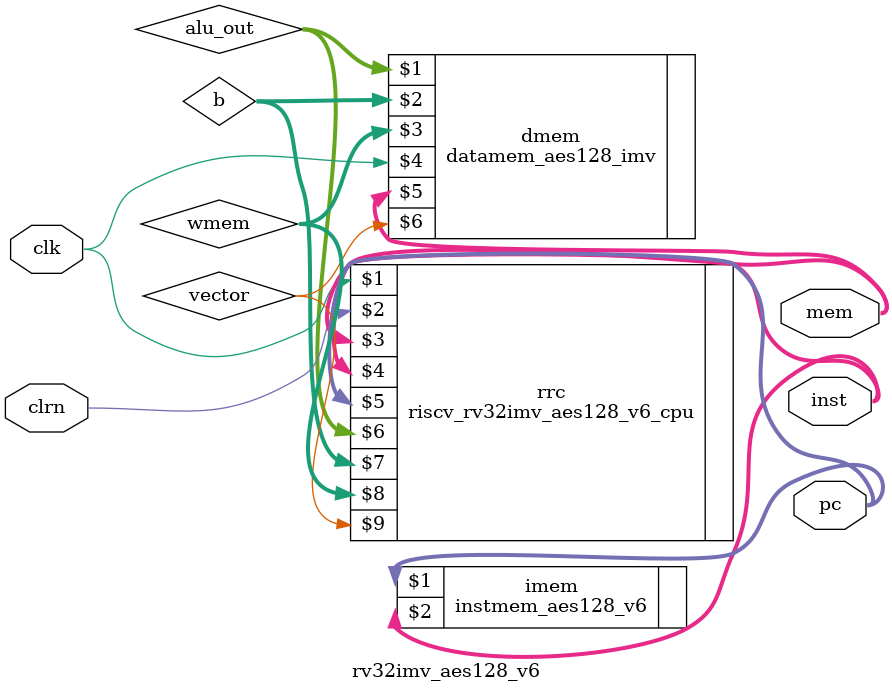
<source format=v>
module rv32imv_aes128_v6 (clk, clrn, inst, pc, mem);
  parameter     VLEN = 128;                   // bits, hardware implementation
  input         clk, clrn;           // clk: 50MHz
  output [31:0] inst, pc;
  output [VLEN-1:0] mem;
  wire    [3:0] wmem;
  wire   [VLEN-1:0] alu_out, b;
  wire          vector;
  
  riscv_rv32imv_aes128_v6_cpu rrc (clk, clrn, inst, mem, pc, alu_out, b, wmem, vector);
  
  instmem_aes128_v6 imem (pc,inst);
  
  datamem_aes128_imv dmem (alu_out, b, wmem, clk, mem, vector);
endmodule
</source>
